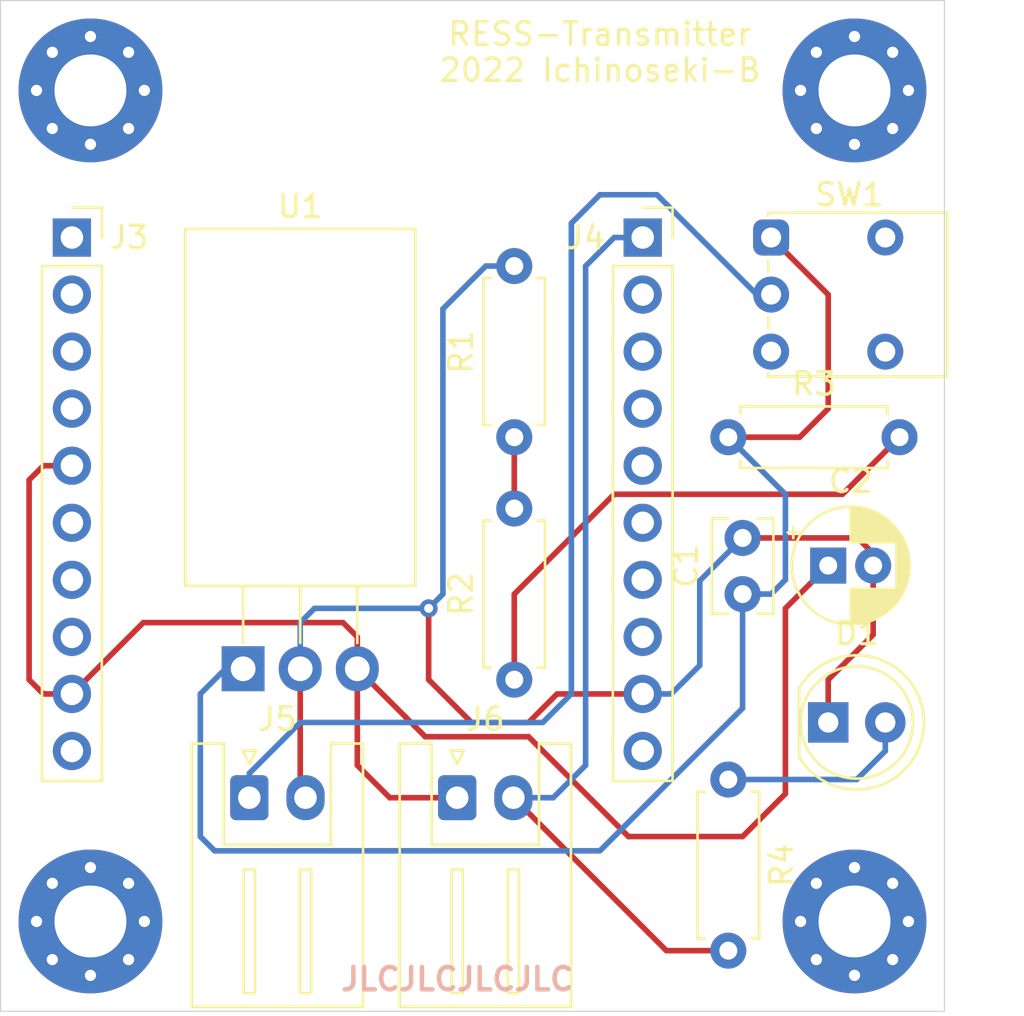
<source format=kicad_pcb>
(kicad_pcb (version 20171130) (host pcbnew "(5.1.9)-1")

  (general
    (thickness 1.6)
    (drawings 6)
    (tracks 89)
    (zones 0)
    (modules 17)
    (nets 9)
  )

  (page A4)
  (layers
    (0 F.Cu signal)
    (31 B.Cu signal)
    (32 B.Adhes user hide)
    (33 F.Adhes user hide)
    (34 B.Paste user hide)
    (35 F.Paste user hide)
    (36 B.SilkS user)
    (37 F.SilkS user)
    (38 B.Mask user hide)
    (39 F.Mask user)
    (40 Dwgs.User user hide)
    (41 Cmts.User user hide)
    (42 Eco1.User user hide)
    (43 Eco2.User user hide)
    (44 Edge.Cuts user)
    (45 Margin user hide)
    (46 B.CrtYd user hide)
    (47 F.CrtYd user hide)
    (48 B.Fab user hide)
    (49 F.Fab user hide)
  )

  (setup
    (last_trace_width 0.25)
    (trace_clearance 0.2)
    (zone_clearance 0.508)
    (zone_45_only no)
    (trace_min 0.2)
    (via_size 0.8)
    (via_drill 0.4)
    (via_min_size 0.4)
    (via_min_drill 0.3)
    (uvia_size 0.3)
    (uvia_drill 0.1)
    (uvias_allowed no)
    (uvia_min_size 0.2)
    (uvia_min_drill 0.1)
    (edge_width 0.05)
    (segment_width 0.2)
    (pcb_text_width 0.3)
    (pcb_text_size 1.5 1.5)
    (mod_edge_width 0.12)
    (mod_text_size 1 1)
    (mod_text_width 0.15)
    (pad_size 2.6 2.6)
    (pad_drill 2.6)
    (pad_to_mask_clearance 0)
    (aux_axis_origin 0 0)
    (visible_elements 7FFFFF7F)
    (pcbplotparams
      (layerselection 0x010fc_ffffffff)
      (usegerberextensions false)
      (usegerberattributes true)
      (usegerberadvancedattributes true)
      (creategerberjobfile true)
      (excludeedgelayer true)
      (linewidth 0.100000)
      (plotframeref false)
      (viasonmask false)
      (mode 1)
      (useauxorigin false)
      (hpglpennumber 1)
      (hpglpenspeed 20)
      (hpglpendiameter 15.000000)
      (psnegative false)
      (psa4output false)
      (plotreference true)
      (plotvalue true)
      (plotinvisibletext false)
      (padsonsilk false)
      (subtractmaskfromsilk false)
      (outputformat 1)
      (mirror false)
      (drillshape 0)
      (scaleselection 1)
      (outputdirectory "Transmitter/"))
  )

  (net 0 "")
  (net 1 +5V)
  (net 2 +3V3)
  (net 3 PW_IN)
  (net 4 "Net-(R1-Pad1)")
  (net 5 "Net-(R2-Pad1)")
  (net 6 ESS)
  (net 7 LED)
  (net 8 GND)

  (net_class Default "This is the default net class."
    (clearance 0.2)
    (trace_width 0.25)
    (via_dia 0.8)
    (via_drill 0.4)
    (uvia_dia 0.3)
    (uvia_drill 0.1)
    (add_net +3V3)
    (add_net +5V)
    (add_net ESS)
    (add_net GND)
    (add_net LED)
    (add_net "Net-(R1-Pad1)")
    (add_net "Net-(R2-Pad1)")
    (add_net PW_IN)
  )

  (module Connector_JST:JST_XH_S2B-XH-A_1x02_P2.50mm_Horizontal (layer F.Cu) (tedit 5C281475) (tstamp 60B14029)
    (at 147.32 107.49)
    (descr "JST XH series connector, S2B-XH-A (http://www.jst-mfg.com/product/pdf/eng/eXH.pdf), generated with kicad-footprint-generator")
    (tags "connector JST XH horizontal")
    (path /60B16252)
    (fp_text reference J6 (at 1.25 -3.5) (layer F.SilkS)
      (effects (font (size 1 1) (thickness 0.15)))
    )
    (fp_text value ESS_IN (at 1.25 10.4) (layer F.Fab)
      (effects (font (size 1 1) (thickness 0.15)))
    )
    (fp_line (start -2.95 -2.8) (end -2.95 9.7) (layer F.CrtYd) (width 0.05))
    (fp_line (start -2.95 9.7) (end 5.45 9.7) (layer F.CrtYd) (width 0.05))
    (fp_line (start 5.45 9.7) (end 5.45 -2.8) (layer F.CrtYd) (width 0.05))
    (fp_line (start 5.45 -2.8) (end -2.95 -2.8) (layer F.CrtYd) (width 0.05))
    (fp_line (start 1.25 9.31) (end -2.56 9.31) (layer F.SilkS) (width 0.12))
    (fp_line (start -2.56 9.31) (end -2.56 -2.41) (layer F.SilkS) (width 0.12))
    (fp_line (start -2.56 -2.41) (end -1.14 -2.41) (layer F.SilkS) (width 0.12))
    (fp_line (start -1.14 -2.41) (end -1.14 2.09) (layer F.SilkS) (width 0.12))
    (fp_line (start -1.14 2.09) (end 1.25 2.09) (layer F.SilkS) (width 0.12))
    (fp_line (start 1.25 9.31) (end 5.06 9.31) (layer F.SilkS) (width 0.12))
    (fp_line (start 5.06 9.31) (end 5.06 -2.41) (layer F.SilkS) (width 0.12))
    (fp_line (start 5.06 -2.41) (end 3.64 -2.41) (layer F.SilkS) (width 0.12))
    (fp_line (start 3.64 -2.41) (end 3.64 2.09) (layer F.SilkS) (width 0.12))
    (fp_line (start 3.64 2.09) (end 1.25 2.09) (layer F.SilkS) (width 0.12))
    (fp_line (start 1.25 9.2) (end -2.45 9.2) (layer F.Fab) (width 0.1))
    (fp_line (start -2.45 9.2) (end -2.45 -2.3) (layer F.Fab) (width 0.1))
    (fp_line (start -2.45 -2.3) (end -1.25 -2.3) (layer F.Fab) (width 0.1))
    (fp_line (start -1.25 -2.3) (end -1.25 2.2) (layer F.Fab) (width 0.1))
    (fp_line (start -1.25 2.2) (end 1.25 2.2) (layer F.Fab) (width 0.1))
    (fp_line (start 1.25 9.2) (end 4.95 9.2) (layer F.Fab) (width 0.1))
    (fp_line (start 4.95 9.2) (end 4.95 -2.3) (layer F.Fab) (width 0.1))
    (fp_line (start 4.95 -2.3) (end 3.75 -2.3) (layer F.Fab) (width 0.1))
    (fp_line (start 3.75 -2.3) (end 3.75 2.2) (layer F.Fab) (width 0.1))
    (fp_line (start 3.75 2.2) (end 1.25 2.2) (layer F.Fab) (width 0.1))
    (fp_line (start -0.25 3.2) (end -0.25 8.7) (layer F.SilkS) (width 0.12))
    (fp_line (start -0.25 8.7) (end 0.25 8.7) (layer F.SilkS) (width 0.12))
    (fp_line (start 0.25 8.7) (end 0.25 3.2) (layer F.SilkS) (width 0.12))
    (fp_line (start 0.25 3.2) (end -0.25 3.2) (layer F.SilkS) (width 0.12))
    (fp_line (start 2.25 3.2) (end 2.25 8.7) (layer F.SilkS) (width 0.12))
    (fp_line (start 2.25 8.7) (end 2.75 8.7) (layer F.SilkS) (width 0.12))
    (fp_line (start 2.75 8.7) (end 2.75 3.2) (layer F.SilkS) (width 0.12))
    (fp_line (start 2.75 3.2) (end 2.25 3.2) (layer F.SilkS) (width 0.12))
    (fp_line (start 0 -1.5) (end -0.3 -2.1) (layer F.SilkS) (width 0.12))
    (fp_line (start -0.3 -2.1) (end 0.3 -2.1) (layer F.SilkS) (width 0.12))
    (fp_line (start 0.3 -2.1) (end 0 -1.5) (layer F.SilkS) (width 0.12))
    (fp_line (start -0.625 2.2) (end 0 1.2) (layer F.Fab) (width 0.1))
    (fp_line (start 0 1.2) (end 0.625 2.2) (layer F.Fab) (width 0.1))
    (fp_text user %R (at 1.25 3.45) (layer F.Fab)
      (effects (font (size 1 1) (thickness 0.15)))
    )
    (pad 1 thru_hole roundrect (at 0 0) (size 1.7 2) (drill 1) (layers *.Cu *.Mask) (roundrect_rratio 0.1470588235294118)
      (net 2 +3V3))
    (pad 2 thru_hole oval (at 2.5 0) (size 1.7 2) (drill 1) (layers *.Cu *.Mask)
      (net 6 ESS))
    (model ${KISYS3DMOD}/Connector_JST.3dshapes/JST_XH_S2B-XH-A_1x02_P2.50mm_Horizontal.wrl
      (at (xyz 0 0 0))
      (scale (xyz 1 1 1))
      (rotate (xyz 0 0 0))
    )
  )

  (module Connector_PinSocket_2.54mm:PinSocket_1x10_P2.54mm_Vertical (layer F.Cu) (tedit 5A19A425) (tstamp 62C8467F)
    (at 130.175 82.55)
    (descr "Through hole straight socket strip, 1x10, 2.54mm pitch, single row (from Kicad 4.0.7), script generated")
    (tags "Through hole socket strip THT 1x10 2.54mm single row")
    (path /60B0F59A)
    (fp_text reference J3 (at 2.54 0) (layer F.SilkS)
      (effects (font (size 1 1) (thickness 0.15)))
    )
    (fp_text value ADP_L (at 0 25.63) (layer F.Fab)
      (effects (font (size 1 1) (thickness 0.15)))
    )
    (fp_line (start -1.8 24.6) (end -1.8 -1.8) (layer F.CrtYd) (width 0.05))
    (fp_line (start 1.75 24.6) (end -1.8 24.6) (layer F.CrtYd) (width 0.05))
    (fp_line (start 1.75 -1.8) (end 1.75 24.6) (layer F.CrtYd) (width 0.05))
    (fp_line (start -1.8 -1.8) (end 1.75 -1.8) (layer F.CrtYd) (width 0.05))
    (fp_line (start 0 -1.33) (end 1.33 -1.33) (layer F.SilkS) (width 0.12))
    (fp_line (start 1.33 -1.33) (end 1.33 0) (layer F.SilkS) (width 0.12))
    (fp_line (start 1.33 1.27) (end 1.33 24.19) (layer F.SilkS) (width 0.12))
    (fp_line (start -1.33 24.19) (end 1.33 24.19) (layer F.SilkS) (width 0.12))
    (fp_line (start -1.33 1.27) (end -1.33 24.19) (layer F.SilkS) (width 0.12))
    (fp_line (start -1.33 1.27) (end 1.33 1.27) (layer F.SilkS) (width 0.12))
    (fp_line (start -1.27 24.13) (end -1.27 -1.27) (layer F.Fab) (width 0.1))
    (fp_line (start 1.27 24.13) (end -1.27 24.13) (layer F.Fab) (width 0.1))
    (fp_line (start 1.27 -0.635) (end 1.27 24.13) (layer F.Fab) (width 0.1))
    (fp_line (start 0.635 -1.27) (end 1.27 -0.635) (layer F.Fab) (width 0.1))
    (fp_line (start -1.27 -1.27) (end 0.635 -1.27) (layer F.Fab) (width 0.1))
    (fp_text user %R (at 0 11.43 90) (layer F.Fab)
      (effects (font (size 1 1) (thickness 0.15)))
    )
    (pad 1 thru_hole rect (at 0 0) (size 1.7 1.7) (drill 1) (layers *.Cu *.Mask))
    (pad 2 thru_hole oval (at 0 2.54) (size 1.7 1.7) (drill 1) (layers *.Cu *.Mask))
    (pad 3 thru_hole oval (at 0 5.08) (size 1.7 1.7) (drill 1) (layers *.Cu *.Mask))
    (pad 4 thru_hole oval (at 0 7.62) (size 1.7 1.7) (drill 1) (layers *.Cu *.Mask))
    (pad 5 thru_hole oval (at 0 10.16) (size 1.7 1.7) (drill 1) (layers *.Cu *.Mask)
      (net 2 +3V3))
    (pad 6 thru_hole oval (at 0 12.7) (size 1.7 1.7) (drill 1) (layers *.Cu *.Mask))
    (pad 7 thru_hole oval (at 0 15.24) (size 1.7 1.7) (drill 1) (layers *.Cu *.Mask))
    (pad 8 thru_hole oval (at 0 17.78) (size 1.7 1.7) (drill 1) (layers *.Cu *.Mask))
    (pad 9 thru_hole oval (at 0 20.32) (size 1.7 1.7) (drill 1) (layers *.Cu *.Mask)
      (net 2 +3V3))
    (pad 10 thru_hole oval (at 0 22.86) (size 1.7 1.7) (drill 1) (layers *.Cu *.Mask))
    (model ${KISYS3DMOD}/Connector_PinSocket_2.54mm.3dshapes/PinSocket_1x10_P2.54mm_Vertical.wrl
      (at (xyz 0 0 0))
      (scale (xyz 1 1 1))
      (rotate (xyz 0 0 0))
    )
  )

  (module Connector_PinSocket_2.54mm:PinSocket_1x10_P2.54mm_Vertical (layer F.Cu) (tedit 5A19A425) (tstamp 62C846D6)
    (at 155.575 82.55)
    (descr "Through hole straight socket strip, 1x10, 2.54mm pitch, single row (from Kicad 4.0.7), script generated")
    (tags "Through hole socket strip THT 1x10 2.54mm single row")
    (path /60B10C64)
    (fp_text reference J4 (at -2.54 0) (layer F.SilkS)
      (effects (font (size 1 1) (thickness 0.15)))
    )
    (fp_text value ADP_R (at 0 25.63) (layer F.Fab)
      (effects (font (size 1 1) (thickness 0.15)))
    )
    (fp_line (start -1.27 -1.27) (end 0.635 -1.27) (layer F.Fab) (width 0.1))
    (fp_line (start 0.635 -1.27) (end 1.27 -0.635) (layer F.Fab) (width 0.1))
    (fp_line (start 1.27 -0.635) (end 1.27 24.13) (layer F.Fab) (width 0.1))
    (fp_line (start 1.27 24.13) (end -1.27 24.13) (layer F.Fab) (width 0.1))
    (fp_line (start -1.27 24.13) (end -1.27 -1.27) (layer F.Fab) (width 0.1))
    (fp_line (start -1.33 1.27) (end 1.33 1.27) (layer F.SilkS) (width 0.12))
    (fp_line (start -1.33 1.27) (end -1.33 24.19) (layer F.SilkS) (width 0.12))
    (fp_line (start -1.33 24.19) (end 1.33 24.19) (layer F.SilkS) (width 0.12))
    (fp_line (start 1.33 1.27) (end 1.33 24.19) (layer F.SilkS) (width 0.12))
    (fp_line (start 1.33 -1.33) (end 1.33 0) (layer F.SilkS) (width 0.12))
    (fp_line (start 0 -1.33) (end 1.33 -1.33) (layer F.SilkS) (width 0.12))
    (fp_line (start -1.8 -1.8) (end 1.75 -1.8) (layer F.CrtYd) (width 0.05))
    (fp_line (start 1.75 -1.8) (end 1.75 24.6) (layer F.CrtYd) (width 0.05))
    (fp_line (start 1.75 24.6) (end -1.8 24.6) (layer F.CrtYd) (width 0.05))
    (fp_line (start -1.8 24.6) (end -1.8 -1.8) (layer F.CrtYd) (width 0.05))
    (fp_text user %R (at 0 11.43 90) (layer F.Fab)
      (effects (font (size 1 1) (thickness 0.15)))
    )
    (pad 10 thru_hole oval (at 0 22.86) (size 1.7 1.7) (drill 1) (layers *.Cu *.Mask))
    (pad 9 thru_hole oval (at 0 20.32) (size 1.7 1.7) (drill 1) (layers *.Cu *.Mask)
      (net 8 GND))
    (pad 8 thru_hole oval (at 0 17.78) (size 1.7 1.7) (drill 1) (layers *.Cu *.Mask))
    (pad 7 thru_hole oval (at 0 15.24) (size 1.7 1.7) (drill 1) (layers *.Cu *.Mask))
    (pad 6 thru_hole oval (at 0 12.7) (size 1.7 1.7) (drill 1) (layers *.Cu *.Mask))
    (pad 5 thru_hole oval (at 0 10.16) (size 1.7 1.7) (drill 1) (layers *.Cu *.Mask))
    (pad 4 thru_hole oval (at 0 7.62) (size 1.7 1.7) (drill 1) (layers *.Cu *.Mask))
    (pad 3 thru_hole oval (at 0 5.08) (size 1.7 1.7) (drill 1) (layers *.Cu *.Mask))
    (pad 2 thru_hole oval (at 0 2.54) (size 1.7 1.7) (drill 1) (layers *.Cu *.Mask))
    (pad 1 thru_hole rect (at 0 0) (size 1.7 1.7) (drill 1) (layers *.Cu *.Mask)
      (net 6 ESS))
    (model ${KISYS3DMOD}/Connector_PinSocket_2.54mm.3dshapes/PinSocket_1x10_P2.54mm_Vertical.wrl
      (at (xyz 0 0 0))
      (scale (xyz 1 1 1))
      (rotate (xyz 0 0 0))
    )
  )

  (module Connector_JST:JST_XH_S2B-XH-A_1x02_P2.50mm_Horizontal (layer F.Cu) (tedit 5C281475) (tstamp 60B0A755)
    (at 138.07 107.49)
    (descr "JST XH series connector, S2B-XH-A (http://www.jst-mfg.com/product/pdf/eng/eXH.pdf), generated with kicad-footprint-generator")
    (tags "connector JST XH horizontal")
    (path /60C2BF9E)
    (fp_text reference J5 (at 1.25 -3.5) (layer F.SilkS)
      (effects (font (size 1 1) (thickness 0.15)))
    )
    (fp_text value POWER (at 1.25 10.4) (layer F.Fab)
      (effects (font (size 1 1) (thickness 0.15)))
    )
    (fp_line (start 0 1.2) (end 0.625 2.2) (layer F.Fab) (width 0.1))
    (fp_line (start -0.625 2.2) (end 0 1.2) (layer F.Fab) (width 0.1))
    (fp_line (start 0.3 -2.1) (end 0 -1.5) (layer F.SilkS) (width 0.12))
    (fp_line (start -0.3 -2.1) (end 0.3 -2.1) (layer F.SilkS) (width 0.12))
    (fp_line (start 0 -1.5) (end -0.3 -2.1) (layer F.SilkS) (width 0.12))
    (fp_line (start 2.75 3.2) (end 2.25 3.2) (layer F.SilkS) (width 0.12))
    (fp_line (start 2.75 8.7) (end 2.75 3.2) (layer F.SilkS) (width 0.12))
    (fp_line (start 2.25 8.7) (end 2.75 8.7) (layer F.SilkS) (width 0.12))
    (fp_line (start 2.25 3.2) (end 2.25 8.7) (layer F.SilkS) (width 0.12))
    (fp_line (start 0.25 3.2) (end -0.25 3.2) (layer F.SilkS) (width 0.12))
    (fp_line (start 0.25 8.7) (end 0.25 3.2) (layer F.SilkS) (width 0.12))
    (fp_line (start -0.25 8.7) (end 0.25 8.7) (layer F.SilkS) (width 0.12))
    (fp_line (start -0.25 3.2) (end -0.25 8.7) (layer F.SilkS) (width 0.12))
    (fp_line (start 3.75 2.2) (end 1.25 2.2) (layer F.Fab) (width 0.1))
    (fp_line (start 3.75 -2.3) (end 3.75 2.2) (layer F.Fab) (width 0.1))
    (fp_line (start 4.95 -2.3) (end 3.75 -2.3) (layer F.Fab) (width 0.1))
    (fp_line (start 4.95 9.2) (end 4.95 -2.3) (layer F.Fab) (width 0.1))
    (fp_line (start 1.25 9.2) (end 4.95 9.2) (layer F.Fab) (width 0.1))
    (fp_line (start -1.25 2.2) (end 1.25 2.2) (layer F.Fab) (width 0.1))
    (fp_line (start -1.25 -2.3) (end -1.25 2.2) (layer F.Fab) (width 0.1))
    (fp_line (start -2.45 -2.3) (end -1.25 -2.3) (layer F.Fab) (width 0.1))
    (fp_line (start -2.45 9.2) (end -2.45 -2.3) (layer F.Fab) (width 0.1))
    (fp_line (start 1.25 9.2) (end -2.45 9.2) (layer F.Fab) (width 0.1))
    (fp_line (start 3.64 2.09) (end 1.25 2.09) (layer F.SilkS) (width 0.12))
    (fp_line (start 3.64 -2.41) (end 3.64 2.09) (layer F.SilkS) (width 0.12))
    (fp_line (start 5.06 -2.41) (end 3.64 -2.41) (layer F.SilkS) (width 0.12))
    (fp_line (start 5.06 9.31) (end 5.06 -2.41) (layer F.SilkS) (width 0.12))
    (fp_line (start 1.25 9.31) (end 5.06 9.31) (layer F.SilkS) (width 0.12))
    (fp_line (start -1.14 2.09) (end 1.25 2.09) (layer F.SilkS) (width 0.12))
    (fp_line (start -1.14 -2.41) (end -1.14 2.09) (layer F.SilkS) (width 0.12))
    (fp_line (start -2.56 -2.41) (end -1.14 -2.41) (layer F.SilkS) (width 0.12))
    (fp_line (start -2.56 9.31) (end -2.56 -2.41) (layer F.SilkS) (width 0.12))
    (fp_line (start 1.25 9.31) (end -2.56 9.31) (layer F.SilkS) (width 0.12))
    (fp_line (start 5.45 -2.8) (end -2.95 -2.8) (layer F.CrtYd) (width 0.05))
    (fp_line (start 5.45 9.7) (end 5.45 -2.8) (layer F.CrtYd) (width 0.05))
    (fp_line (start -2.95 9.7) (end 5.45 9.7) (layer F.CrtYd) (width 0.05))
    (fp_line (start -2.95 -2.8) (end -2.95 9.7) (layer F.CrtYd) (width 0.05))
    (fp_text user %R (at 1.25 3.45) (layer F.Fab)
      (effects (font (size 1 1) (thickness 0.15)))
    )
    (pad 1 thru_hole roundrect (at 0 0) (size 1.7 2) (drill 1) (layers *.Cu *.Mask) (roundrect_rratio 0.1470588235294118)
      (net 3 PW_IN))
    (pad 2 thru_hole oval (at 2.5 0) (size 1.7 2) (drill 1) (layers *.Cu *.Mask)
      (net 8 GND))
    (model ${KISYS3DMOD}/Connector_JST.3dshapes/JST_XH_S2B-XH-A_1x02_P2.50mm_Horizontal.wrl
      (at (xyz 0 0 0))
      (scale (xyz 1 1 1))
      (rotate (xyz 0 0 0))
    )
  )

  (module Button_Switch_THT:SW_Push_1P2T_Vertical_E-Switch_800UDP8P1A1M6 (layer F.Cu) (tedit 5C7BC58E) (tstamp 60B2A336)
    (at 161.29 82.55)
    (descr " right angle SPDT push button https://www.e-switch.com/system/asset/product_line/data_sheet/210/800U.pdf")
    (tags "IP67 ultra-miniture horizontal")
    (path /60B2577F)
    (fp_text reference SW1 (at 3.48 -1.91 180) (layer F.SilkS)
      (effects (font (size 1 1) (thickness 0.15)))
    )
    (fp_text value SW_SPDT (at 5.08 7.19 180) (layer F.Fab)
      (effects (font (size 1 1) (thickness 0.15)))
    )
    (fp_line (start 7.68 6.04) (end 0.03 6.04) (layer F.Fab) (width 0.1))
    (fp_line (start 0.03 6.04) (end 0.03 -0.96) (layer F.Fab) (width 0.1))
    (fp_line (start 0.03 -0.96) (end 7.68 -0.96) (layer F.Fab) (width 0.1))
    (fp_line (start 7.68 -0.96) (end 7.68 6.04) (layer F.Fab) (width 0.1))
    (fp_line (start 10.98 3.665) (end 10.98 1.415) (layer F.Fab) (width 0.1))
    (fp_line (start 10.98 1.415) (end 7.68 1.415) (layer F.Fab) (width 0.1))
    (fp_line (start 10.98 3.665) (end 7.68 3.665) (layer F.Fab) (width 0.1))
    (fp_line (start -0.12 6.19) (end 7.83 6.19) (layer F.SilkS) (width 0.12))
    (fp_line (start 7.83 6.19) (end 7.83 -1.11) (layer F.SilkS) (width 0.12))
    (fp_line (start 7.83 -1.11) (end -0.12 -1.11) (layer F.SilkS) (width 0.12))
    (fp_line (start -0.12 -1.11) (end -0.12 -0.96) (layer F.SilkS) (width 0.12))
    (fp_line (start -0.12 1.54) (end -0.12 1.04) (layer F.SilkS) (width 0.12))
    (fp_line (start -0.12 4.04) (end -0.12 3.54) (layer F.SilkS) (width 0.12))
    (fp_line (start -0.12 6.19) (end -0.12 6.04) (layer F.SilkS) (width 0.12))
    (fp_line (start 7.93 6.29) (end -1.05 6.29) (layer F.CrtYd) (width 0.05))
    (fp_line (start -1.05 6.29) (end -1.05 -1.21) (layer F.CrtYd) (width 0.05))
    (fp_line (start -1.05 -1.21) (end 7.93 -1.21) (layer F.CrtYd) (width 0.05))
    (fp_line (start 7.93 -1.21) (end 7.93 1.16) (layer F.CrtYd) (width 0.05))
    (fp_line (start 7.93 1.16) (end 11.23 1.16) (layer F.CrtYd) (width 0.05))
    (fp_line (start 11.23 1.16) (end 11.23 3.92) (layer F.CrtYd) (width 0.05))
    (fp_line (start 11.23 3.92) (end 7.93 3.92) (layer F.CrtYd) (width 0.05))
    (fp_line (start 7.93 3.92) (end 7.93 6.29) (layer F.CrtYd) (width 0.05))
    (fp_text user %R (at 3.93 2.54 180) (layer F.Fab)
      (effects (font (size 1 1) (thickness 0.15)))
    )
    (pad "" thru_hole circle (at 5.08 5.08 180) (size 1.6 1.6) (drill 0.89) (layers *.Cu *.Mask))
    (pad "" thru_hole circle (at 5.08 0 180) (size 1.6 1.6) (drill 0.89) (layers *.Cu *.Mask))
    (pad 1 thru_hole roundrect (at 0 0 180) (size 1.6 1.6) (drill 0.89) (layers *.Cu *.Mask) (roundrect_rratio 0.25)
      (net 1 +5V))
    (pad 2 thru_hole circle (at 0 2.54 180) (size 1.6 1.6) (drill 0.89) (layers *.Cu *.Mask)
      (net 3 PW_IN))
    (pad 3 thru_hole circle (at 0 5.08 180) (size 1.6 1.6) (drill 0.89) (layers *.Cu *.Mask))
    (model ${KISYS3DMOD}/Button_Switch_THT.3dshapes/SW_Push_1P2T_Vertical_E-Switch_800UDP8P1A1M6.wrl
      (at (xyz 0 0 0))
      (scale (xyz 1 1 1))
      (rotate (xyz 0 0 0))
    )
  )

  (module Resistor_THT:R_Axial_DIN0207_L6.3mm_D2.5mm_P7.62mm_Horizontal (layer F.Cu) (tedit 5AE5139B) (tstamp 62C847AA)
    (at 149.86 91.44 90)
    (descr "Resistor, Axial_DIN0207 series, Axial, Horizontal, pin pitch=7.62mm, 0.25W = 1/4W, length*diameter=6.3*2.5mm^2, http://cdn-reichelt.de/documents/datenblatt/B400/1_4W%23YAG.pdf")
    (tags "Resistor Axial_DIN0207 series Axial Horizontal pin pitch 7.62mm 0.25W = 1/4W length 6.3mm diameter 2.5mm")
    (path /62AA0D6D)
    (fp_text reference R1 (at 3.81 -2.37 90) (layer F.SilkS)
      (effects (font (size 1 1) (thickness 0.15)))
    )
    (fp_text value 22Ω (at 3.81 2.37 90) (layer F.Fab)
      (effects (font (size 1 1) (thickness 0.15)))
    )
    (fp_line (start 8.67 -1.5) (end -1.05 -1.5) (layer F.CrtYd) (width 0.05))
    (fp_line (start 8.67 1.5) (end 8.67 -1.5) (layer F.CrtYd) (width 0.05))
    (fp_line (start -1.05 1.5) (end 8.67 1.5) (layer F.CrtYd) (width 0.05))
    (fp_line (start -1.05 -1.5) (end -1.05 1.5) (layer F.CrtYd) (width 0.05))
    (fp_line (start 7.08 1.37) (end 7.08 1.04) (layer F.SilkS) (width 0.12))
    (fp_line (start 0.54 1.37) (end 7.08 1.37) (layer F.SilkS) (width 0.12))
    (fp_line (start 0.54 1.04) (end 0.54 1.37) (layer F.SilkS) (width 0.12))
    (fp_line (start 7.08 -1.37) (end 7.08 -1.04) (layer F.SilkS) (width 0.12))
    (fp_line (start 0.54 -1.37) (end 7.08 -1.37) (layer F.SilkS) (width 0.12))
    (fp_line (start 0.54 -1.04) (end 0.54 -1.37) (layer F.SilkS) (width 0.12))
    (fp_line (start 7.62 0) (end 6.96 0) (layer F.Fab) (width 0.1))
    (fp_line (start 0 0) (end 0.66 0) (layer F.Fab) (width 0.1))
    (fp_line (start 6.96 -1.25) (end 0.66 -1.25) (layer F.Fab) (width 0.1))
    (fp_line (start 6.96 1.25) (end 6.96 -1.25) (layer F.Fab) (width 0.1))
    (fp_line (start 0.66 1.25) (end 6.96 1.25) (layer F.Fab) (width 0.1))
    (fp_line (start 0.66 -1.25) (end 0.66 1.25) (layer F.Fab) (width 0.1))
    (fp_text user %R (at 3.81 0 90) (layer F.Fab)
      (effects (font (size 1 1) (thickness 0.15)))
    )
    (pad 1 thru_hole circle (at 0 0 90) (size 1.6 1.6) (drill 0.8) (layers *.Cu *.Mask)
      (net 4 "Net-(R1-Pad1)"))
    (pad 2 thru_hole oval (at 7.62 0 90) (size 1.6 1.6) (drill 0.8) (layers *.Cu *.Mask)
      (net 8 GND))
    (model ${KISYS3DMOD}/Resistor_THT.3dshapes/R_Axial_DIN0207_L6.3mm_D2.5mm_P7.62mm_Horizontal.wrl
      (at (xyz 0 0 0))
      (scale (xyz 1 1 1))
      (rotate (xyz 0 0 0))
    )
  )

  (module Resistor_THT:R_Axial_DIN0207_L6.3mm_D2.5mm_P7.62mm_Horizontal (layer F.Cu) (tedit 5AE5139B) (tstamp 62C92D93)
    (at 149.86 102.235 90)
    (descr "Resistor, Axial_DIN0207 series, Axial, Horizontal, pin pitch=7.62mm, 0.25W = 1/4W, length*diameter=6.3*2.5mm^2, http://cdn-reichelt.de/documents/datenblatt/B400/1_4W%23YAG.pdf")
    (tags "Resistor Axial_DIN0207 series Axial Horizontal pin pitch 7.62mm 0.25W = 1/4W length 6.3mm diameter 2.5mm")
    (path /62AA291F)
    (fp_text reference R2 (at 3.81 -2.37 270) (layer F.SilkS)
      (effects (font (size 1 1) (thickness 0.15)))
    )
    (fp_text value 22Ω (at 3.81 2.37 90) (layer F.Fab)
      (effects (font (size 1 1) (thickness 0.15)))
    )
    (fp_line (start 8.67 -1.5) (end -1.05 -1.5) (layer F.CrtYd) (width 0.05))
    (fp_line (start 8.67 1.5) (end 8.67 -1.5) (layer F.CrtYd) (width 0.05))
    (fp_line (start -1.05 1.5) (end 8.67 1.5) (layer F.CrtYd) (width 0.05))
    (fp_line (start -1.05 -1.5) (end -1.05 1.5) (layer F.CrtYd) (width 0.05))
    (fp_line (start 7.08 1.37) (end 7.08 1.04) (layer F.SilkS) (width 0.12))
    (fp_line (start 0.54 1.37) (end 7.08 1.37) (layer F.SilkS) (width 0.12))
    (fp_line (start 0.54 1.04) (end 0.54 1.37) (layer F.SilkS) (width 0.12))
    (fp_line (start 7.08 -1.37) (end 7.08 -1.04) (layer F.SilkS) (width 0.12))
    (fp_line (start 0.54 -1.37) (end 7.08 -1.37) (layer F.SilkS) (width 0.12))
    (fp_line (start 0.54 -1.04) (end 0.54 -1.37) (layer F.SilkS) (width 0.12))
    (fp_line (start 7.62 0) (end 6.96 0) (layer F.Fab) (width 0.1))
    (fp_line (start 0 0) (end 0.66 0) (layer F.Fab) (width 0.1))
    (fp_line (start 6.96 -1.25) (end 0.66 -1.25) (layer F.Fab) (width 0.1))
    (fp_line (start 6.96 1.25) (end 6.96 -1.25) (layer F.Fab) (width 0.1))
    (fp_line (start 0.66 1.25) (end 6.96 1.25) (layer F.Fab) (width 0.1))
    (fp_line (start 0.66 -1.25) (end 0.66 1.25) (layer F.Fab) (width 0.1))
    (fp_text user %R (at 3.81 0 90) (layer F.Fab)
      (effects (font (size 1 1) (thickness 0.15)))
    )
    (pad 1 thru_hole circle (at 0 0 90) (size 1.6 1.6) (drill 0.8) (layers *.Cu *.Mask)
      (net 5 "Net-(R2-Pad1)"))
    (pad 2 thru_hole oval (at 7.62 0 90) (size 1.6 1.6) (drill 0.8) (layers *.Cu *.Mask)
      (net 4 "Net-(R1-Pad1)"))
    (model ${KISYS3DMOD}/Resistor_THT.3dshapes/R_Axial_DIN0207_L6.3mm_D2.5mm_P7.62mm_Horizontal.wrl
      (at (xyz 0 0 0))
      (scale (xyz 1 1 1))
      (rotate (xyz 0 0 0))
    )
  )

  (module Resistor_THT:R_Axial_DIN0207_L6.3mm_D2.5mm_P7.62mm_Horizontal (layer F.Cu) (tedit 5AE5139B) (tstamp 62C84726)
    (at 159.385 91.44)
    (descr "Resistor, Axial_DIN0207 series, Axial, Horizontal, pin pitch=7.62mm, 0.25W = 1/4W, length*diameter=6.3*2.5mm^2, http://cdn-reichelt.de/documents/datenblatt/B400/1_4W%23YAG.pdf")
    (tags "Resistor Axial_DIN0207 series Axial Horizontal pin pitch 7.62mm 0.25W = 1/4W length 6.3mm diameter 2.5mm")
    (path /62AA2E48)
    (fp_text reference R3 (at 3.81 -2.37) (layer F.SilkS)
      (effects (font (size 1 1) (thickness 0.15)))
    )
    (fp_text value 22Ω (at 3.81 2.37) (layer F.Fab)
      (effects (font (size 1 1) (thickness 0.15)))
    )
    (fp_line (start 8.67 -1.5) (end -1.05 -1.5) (layer F.CrtYd) (width 0.05))
    (fp_line (start 8.67 1.5) (end 8.67 -1.5) (layer F.CrtYd) (width 0.05))
    (fp_line (start -1.05 1.5) (end 8.67 1.5) (layer F.CrtYd) (width 0.05))
    (fp_line (start -1.05 -1.5) (end -1.05 1.5) (layer F.CrtYd) (width 0.05))
    (fp_line (start 7.08 1.37) (end 7.08 1.04) (layer F.SilkS) (width 0.12))
    (fp_line (start 0.54 1.37) (end 7.08 1.37) (layer F.SilkS) (width 0.12))
    (fp_line (start 0.54 1.04) (end 0.54 1.37) (layer F.SilkS) (width 0.12))
    (fp_line (start 7.08 -1.37) (end 7.08 -1.04) (layer F.SilkS) (width 0.12))
    (fp_line (start 0.54 -1.37) (end 7.08 -1.37) (layer F.SilkS) (width 0.12))
    (fp_line (start 0.54 -1.04) (end 0.54 -1.37) (layer F.SilkS) (width 0.12))
    (fp_line (start 7.62 0) (end 6.96 0) (layer F.Fab) (width 0.1))
    (fp_line (start 0 0) (end 0.66 0) (layer F.Fab) (width 0.1))
    (fp_line (start 6.96 -1.25) (end 0.66 -1.25) (layer F.Fab) (width 0.1))
    (fp_line (start 6.96 1.25) (end 6.96 -1.25) (layer F.Fab) (width 0.1))
    (fp_line (start 0.66 1.25) (end 6.96 1.25) (layer F.Fab) (width 0.1))
    (fp_line (start 0.66 -1.25) (end 0.66 1.25) (layer F.Fab) (width 0.1))
    (fp_text user %R (at 3.81 0) (layer F.Fab)
      (effects (font (size 1 1) (thickness 0.15)))
    )
    (pad 1 thru_hole circle (at 0 0) (size 1.6 1.6) (drill 0.8) (layers *.Cu *.Mask)
      (net 1 +5V))
    (pad 2 thru_hole oval (at 7.62 0) (size 1.6 1.6) (drill 0.8) (layers *.Cu *.Mask)
      (net 5 "Net-(R2-Pad1)"))
    (model ${KISYS3DMOD}/Resistor_THT.3dshapes/R_Axial_DIN0207_L6.3mm_D2.5mm_P7.62mm_Horizontal.wrl
      (at (xyz 0 0 0))
      (scale (xyz 1 1 1))
      (rotate (xyz 0 0 0))
    )
  )

  (module LED_THT:LED_D5.0mm (layer F.Cu) (tedit 5995936A) (tstamp 62C83C1B)
    (at 163.83 104.14)
    (descr "LED, diameter 5.0mm, 2 pins, http://cdn-reichelt.de/documents/datenblatt/A500/LL-504BC2E-009.pdf")
    (tags "LED diameter 5.0mm 2 pins")
    (path /62CBA413)
    (fp_text reference D1 (at 1.27 -3.96) (layer F.SilkS)
      (effects (font (size 1 1) (thickness 0.15)))
    )
    (fp_text value LED (at 1.27 3.96) (layer F.Fab)
      (effects (font (size 1 1) (thickness 0.15)))
    )
    (fp_circle (center 1.27 0) (end 3.77 0) (layer F.Fab) (width 0.1))
    (fp_circle (center 1.27 0) (end 3.77 0) (layer F.SilkS) (width 0.12))
    (fp_line (start -1.23 -1.469694) (end -1.23 1.469694) (layer F.Fab) (width 0.1))
    (fp_line (start -1.29 -1.545) (end -1.29 1.545) (layer F.SilkS) (width 0.12))
    (fp_line (start -1.95 -3.25) (end -1.95 3.25) (layer F.CrtYd) (width 0.05))
    (fp_line (start -1.95 3.25) (end 4.5 3.25) (layer F.CrtYd) (width 0.05))
    (fp_line (start 4.5 3.25) (end 4.5 -3.25) (layer F.CrtYd) (width 0.05))
    (fp_line (start 4.5 -3.25) (end -1.95 -3.25) (layer F.CrtYd) (width 0.05))
    (fp_arc (start 1.27 0) (end -1.23 -1.469694) (angle 299.1) (layer F.Fab) (width 0.1))
    (fp_arc (start 1.27 0) (end -1.29 -1.54483) (angle 148.9) (layer F.SilkS) (width 0.12))
    (fp_arc (start 1.27 0) (end -1.29 1.54483) (angle -148.9) (layer F.SilkS) (width 0.12))
    (fp_text user %R (at 1.25 0) (layer F.Fab)
      (effects (font (size 0.8 0.8) (thickness 0.2)))
    )
    (pad 1 thru_hole rect (at 0 0) (size 1.8 1.8) (drill 0.9) (layers *.Cu *.Mask)
      (net 8 GND))
    (pad 2 thru_hole circle (at 2.54 0) (size 1.8 1.8) (drill 0.9) (layers *.Cu *.Mask)
      (net 7 LED))
    (model ${KISYS3DMOD}/LED_THT.3dshapes/LED_D5.0mm.wrl
      (at (xyz 0 0 0))
      (scale (xyz 1 1 1))
      (rotate (xyz 0 0 0))
    )
  )

  (module MountingHole:MountingHole_3.2mm_M3_Pad_Via (layer F.Cu) (tedit 56DDBCCA) (tstamp 62C83C2B)
    (at 131 76)
    (descr "Mounting Hole 3.2mm, M3")
    (tags "mounting hole 3.2mm m3")
    (path /62CC91A5)
    (attr virtual)
    (fp_text reference H1 (at 0 -4.2) (layer F.SilkS) hide
      (effects (font (size 1 1) (thickness 0.15)))
    )
    (fp_text value MountingHole (at 0 4.2) (layer F.Fab)
      (effects (font (size 1 1) (thickness 0.15)))
    )
    (fp_circle (center 0 0) (end 3.2 0) (layer Cmts.User) (width 0.15))
    (fp_circle (center 0 0) (end 3.45 0) (layer F.CrtYd) (width 0.05))
    (fp_text user %R (at 0.3 0) (layer F.Fab)
      (effects (font (size 1 1) (thickness 0.15)))
    )
    (pad 1 thru_hole circle (at 0 0) (size 6.4 6.4) (drill 3.2) (layers *.Cu *.Mask))
    (pad 1 thru_hole circle (at 2.4 0) (size 0.8 0.8) (drill 0.5) (layers *.Cu *.Mask))
    (pad 1 thru_hole circle (at 1.697056 1.697056) (size 0.8 0.8) (drill 0.5) (layers *.Cu *.Mask))
    (pad 1 thru_hole circle (at 0 2.4) (size 0.8 0.8) (drill 0.5) (layers *.Cu *.Mask))
    (pad 1 thru_hole circle (at -1.697056 1.697056) (size 0.8 0.8) (drill 0.5) (layers *.Cu *.Mask))
    (pad 1 thru_hole circle (at -2.4 0) (size 0.8 0.8) (drill 0.5) (layers *.Cu *.Mask))
    (pad 1 thru_hole circle (at -1.697056 -1.697056) (size 0.8 0.8) (drill 0.5) (layers *.Cu *.Mask))
    (pad 1 thru_hole circle (at 0 -2.4) (size 0.8 0.8) (drill 0.5) (layers *.Cu *.Mask))
    (pad 1 thru_hole circle (at 1.697056 -1.697056) (size 0.8 0.8) (drill 0.5) (layers *.Cu *.Mask))
  )

  (module MountingHole:MountingHole_3.2mm_M3_Pad_Via (layer F.Cu) (tedit 56DDBCCA) (tstamp 62C83C3B)
    (at 131 113)
    (descr "Mounting Hole 3.2mm, M3")
    (tags "mounting hole 3.2mm m3")
    (path /62CC9B6B)
    (attr virtual)
    (fp_text reference H2 (at 0 -4.2) (layer F.SilkS) hide
      (effects (font (size 1 1) (thickness 0.15)))
    )
    (fp_text value MountingHole (at 0 4.2) (layer F.Fab)
      (effects (font (size 1 1) (thickness 0.15)))
    )
    (fp_circle (center 0 0) (end 3.45 0) (layer F.CrtYd) (width 0.05))
    (fp_circle (center 0 0) (end 3.2 0) (layer Cmts.User) (width 0.15))
    (fp_text user %R (at 0.3 0) (layer F.Fab)
      (effects (font (size 1 1) (thickness 0.15)))
    )
    (pad 1 thru_hole circle (at 1.697056 -1.697056) (size 0.8 0.8) (drill 0.5) (layers *.Cu *.Mask))
    (pad 1 thru_hole circle (at 0 -2.4) (size 0.8 0.8) (drill 0.5) (layers *.Cu *.Mask))
    (pad 1 thru_hole circle (at -1.697056 -1.697056) (size 0.8 0.8) (drill 0.5) (layers *.Cu *.Mask))
    (pad 1 thru_hole circle (at -2.4 0) (size 0.8 0.8) (drill 0.5) (layers *.Cu *.Mask))
    (pad 1 thru_hole circle (at -1.697056 1.697056) (size 0.8 0.8) (drill 0.5) (layers *.Cu *.Mask))
    (pad 1 thru_hole circle (at 0 2.4) (size 0.8 0.8) (drill 0.5) (layers *.Cu *.Mask))
    (pad 1 thru_hole circle (at 1.697056 1.697056) (size 0.8 0.8) (drill 0.5) (layers *.Cu *.Mask))
    (pad 1 thru_hole circle (at 2.4 0) (size 0.8 0.8) (drill 0.5) (layers *.Cu *.Mask))
    (pad 1 thru_hole circle (at 0 0) (size 6.4 6.4) (drill 3.2) (layers *.Cu *.Mask))
  )

  (module MountingHole:MountingHole_3.2mm_M3_Pad_Via (layer F.Cu) (tedit 56DDBCCA) (tstamp 62C84877)
    (at 165 113)
    (descr "Mounting Hole 3.2mm, M3")
    (tags "mounting hole 3.2mm m3")
    (path /62CCA65B)
    (attr virtual)
    (fp_text reference H3 (at 0 -4.2) (layer F.SilkS) hide
      (effects (font (size 1 1) (thickness 0.15)))
    )
    (fp_text value MountingHole (at 0 4.2) (layer F.Fab)
      (effects (font (size 1 1) (thickness 0.15)))
    )
    (fp_circle (center 0 0) (end 3.2 0) (layer Cmts.User) (width 0.15))
    (fp_circle (center 0 0) (end 3.45 0) (layer F.CrtYd) (width 0.05))
    (fp_text user %R (at 0.3 0) (layer F.Fab)
      (effects (font (size 1 1) (thickness 0.15)))
    )
    (pad 1 thru_hole circle (at 0 0) (size 6.4 6.4) (drill 3.2) (layers *.Cu *.Mask))
    (pad 1 thru_hole circle (at 2.4 0) (size 0.8 0.8) (drill 0.5) (layers *.Cu *.Mask))
    (pad 1 thru_hole circle (at 1.697056 1.697056) (size 0.8 0.8) (drill 0.5) (layers *.Cu *.Mask))
    (pad 1 thru_hole circle (at 0 2.4) (size 0.8 0.8) (drill 0.5) (layers *.Cu *.Mask))
    (pad 1 thru_hole circle (at -1.697056 1.697056) (size 0.8 0.8) (drill 0.5) (layers *.Cu *.Mask))
    (pad 1 thru_hole circle (at -2.4 0) (size 0.8 0.8) (drill 0.5) (layers *.Cu *.Mask))
    (pad 1 thru_hole circle (at -1.697056 -1.697056) (size 0.8 0.8) (drill 0.5) (layers *.Cu *.Mask))
    (pad 1 thru_hole circle (at 0 -2.4) (size 0.8 0.8) (drill 0.5) (layers *.Cu *.Mask))
    (pad 1 thru_hole circle (at 1.697056 -1.697056) (size 0.8 0.8) (drill 0.5) (layers *.Cu *.Mask))
  )

  (module MountingHole:MountingHole_3.2mm_M3_Pad_Via (layer F.Cu) (tedit 56DDBCCA) (tstamp 62C83C5B)
    (at 165 76)
    (descr "Mounting Hole 3.2mm, M3")
    (tags "mounting hole 3.2mm m3")
    (path /62CCAE32)
    (attr virtual)
    (fp_text reference H4 (at 0 -4.2) (layer F.SilkS) hide
      (effects (font (size 1 1) (thickness 0.15)))
    )
    (fp_text value MountingHole (at 0 4.2) (layer F.Fab)
      (effects (font (size 1 1) (thickness 0.15)))
    )
    (fp_circle (center 0 0) (end 3.45 0) (layer F.CrtYd) (width 0.05))
    (fp_circle (center 0 0) (end 3.2 0) (layer Cmts.User) (width 0.15))
    (fp_text user %R (at 0.3 0) (layer F.Fab)
      (effects (font (size 1 1) (thickness 0.15)))
    )
    (pad 1 thru_hole circle (at 1.697056 -1.697056) (size 0.8 0.8) (drill 0.5) (layers *.Cu *.Mask))
    (pad 1 thru_hole circle (at 0 -2.4) (size 0.8 0.8) (drill 0.5) (layers *.Cu *.Mask))
    (pad 1 thru_hole circle (at -1.697056 -1.697056) (size 0.8 0.8) (drill 0.5) (layers *.Cu *.Mask))
    (pad 1 thru_hole circle (at -2.4 0) (size 0.8 0.8) (drill 0.5) (layers *.Cu *.Mask))
    (pad 1 thru_hole circle (at -1.697056 1.697056) (size 0.8 0.8) (drill 0.5) (layers *.Cu *.Mask))
    (pad 1 thru_hole circle (at 0 2.4) (size 0.8 0.8) (drill 0.5) (layers *.Cu *.Mask))
    (pad 1 thru_hole circle (at 1.697056 1.697056) (size 0.8 0.8) (drill 0.5) (layers *.Cu *.Mask))
    (pad 1 thru_hole circle (at 2.4 0) (size 0.8 0.8) (drill 0.5) (layers *.Cu *.Mask))
    (pad 1 thru_hole circle (at 0 0) (size 6.4 6.4) (drill 3.2) (layers *.Cu *.Mask))
  )

  (module Resistor_THT:R_Axial_DIN0207_L6.3mm_D2.5mm_P7.62mm_Horizontal (layer F.Cu) (tedit 5AE5139B) (tstamp 62D907E8)
    (at 159.385 106.68 270)
    (descr "Resistor, Axial_DIN0207 series, Axial, Horizontal, pin pitch=7.62mm, 0.25W = 1/4W, length*diameter=6.3*2.5mm^2, http://cdn-reichelt.de/documents/datenblatt/B400/1_4W%23YAG.pdf")
    (tags "Resistor Axial_DIN0207 series Axial Horizontal pin pitch 7.62mm 0.25W = 1/4W length 6.3mm diameter 2.5mm")
    (path /62DBD1E5)
    (fp_text reference R4 (at 3.81 -2.37 90) (layer F.SilkS)
      (effects (font (size 1 1) (thickness 0.15)))
    )
    (fp_text value 330Ω (at 3.81 2.37 90) (layer F.Fab)
      (effects (font (size 1 1) (thickness 0.15)))
    )
    (fp_line (start 0.66 -1.25) (end 0.66 1.25) (layer F.Fab) (width 0.1))
    (fp_line (start 0.66 1.25) (end 6.96 1.25) (layer F.Fab) (width 0.1))
    (fp_line (start 6.96 1.25) (end 6.96 -1.25) (layer F.Fab) (width 0.1))
    (fp_line (start 6.96 -1.25) (end 0.66 -1.25) (layer F.Fab) (width 0.1))
    (fp_line (start 0 0) (end 0.66 0) (layer F.Fab) (width 0.1))
    (fp_line (start 7.62 0) (end 6.96 0) (layer F.Fab) (width 0.1))
    (fp_line (start 0.54 -1.04) (end 0.54 -1.37) (layer F.SilkS) (width 0.12))
    (fp_line (start 0.54 -1.37) (end 7.08 -1.37) (layer F.SilkS) (width 0.12))
    (fp_line (start 7.08 -1.37) (end 7.08 -1.04) (layer F.SilkS) (width 0.12))
    (fp_line (start 0.54 1.04) (end 0.54 1.37) (layer F.SilkS) (width 0.12))
    (fp_line (start 0.54 1.37) (end 7.08 1.37) (layer F.SilkS) (width 0.12))
    (fp_line (start 7.08 1.37) (end 7.08 1.04) (layer F.SilkS) (width 0.12))
    (fp_line (start -1.05 -1.5) (end -1.05 1.5) (layer F.CrtYd) (width 0.05))
    (fp_line (start -1.05 1.5) (end 8.67 1.5) (layer F.CrtYd) (width 0.05))
    (fp_line (start 8.67 1.5) (end 8.67 -1.5) (layer F.CrtYd) (width 0.05))
    (fp_line (start 8.67 -1.5) (end -1.05 -1.5) (layer F.CrtYd) (width 0.05))
    (fp_text user %R (at 3.81 0 90) (layer F.Fab)
      (effects (font (size 1 1) (thickness 0.15)))
    )
    (pad 1 thru_hole circle (at 0 0 270) (size 1.6 1.6) (drill 0.8) (layers *.Cu *.Mask)
      (net 7 LED))
    (pad 2 thru_hole oval (at 7.62 0 270) (size 1.6 1.6) (drill 0.8) (layers *.Cu *.Mask)
      (net 6 ESS))
    (model ${KISYS3DMOD}/Resistor_THT.3dshapes/R_Axial_DIN0207_L6.3mm_D2.5mm_P7.62mm_Horizontal.wrl
      (at (xyz 0 0 0))
      (scale (xyz 1 1 1))
      (rotate (xyz 0 0 0))
    )
  )

  (module Package_TO_SOT_THT:TO-220-3_Horizontal_TabDown (layer F.Cu) (tedit 5AC8BA0D) (tstamp 62D9541E)
    (at 137.795 101.75)
    (descr "TO-220-3, Horizontal, RM 2.54mm, see https://www.vishay.com/docs/66542/to-220-1.pdf")
    (tags "TO-220-3 Horizontal RM 2.54mm")
    (path /62D9966F)
    (fp_text reference U1 (at 2.54 -20.58) (layer F.SilkS)
      (effects (font (size 1 1) (thickness 0.15)))
    )
    (fp_text value BP5293 (at 2.54 2) (layer F.Fab)
      (effects (font (size 1 1) (thickness 0.15)))
    )
    (fp_line (start 7.79 -19.71) (end -2.71 -19.71) (layer F.CrtYd) (width 0.05))
    (fp_line (start 7.79 1.25) (end 7.79 -19.71) (layer F.CrtYd) (width 0.05))
    (fp_line (start -2.71 1.25) (end 7.79 1.25) (layer F.CrtYd) (width 0.05))
    (fp_line (start -2.71 -19.71) (end -2.71 1.25) (layer F.CrtYd) (width 0.05))
    (fp_line (start 5.08 -3.69) (end 5.08 -1.15) (layer F.SilkS) (width 0.12))
    (fp_line (start 2.54 -3.69) (end 2.54 -1.15) (layer F.SilkS) (width 0.12))
    (fp_line (start 0 -3.69) (end 0 -1.15) (layer F.SilkS) (width 0.12))
    (fp_line (start 7.66 -19.58) (end 7.66 -3.69) (layer F.SilkS) (width 0.12))
    (fp_line (start -2.58 -19.58) (end -2.58 -3.69) (layer F.SilkS) (width 0.12))
    (fp_line (start -2.58 -19.58) (end 7.66 -19.58) (layer F.SilkS) (width 0.12))
    (fp_line (start -2.58 -3.69) (end 7.66 -3.69) (layer F.SilkS) (width 0.12))
    (fp_line (start 5.08 -3.81) (end 5.08 0) (layer F.Fab) (width 0.1))
    (fp_line (start 2.54 -3.81) (end 2.54 0) (layer F.Fab) (width 0.1))
    (fp_line (start 0 -3.81) (end 0 0) (layer F.Fab) (width 0.1))
    (fp_line (start 7.54 -3.81) (end -2.46 -3.81) (layer F.Fab) (width 0.1))
    (fp_line (start 7.54 -13.06) (end 7.54 -3.81) (layer F.Fab) (width 0.1))
    (fp_line (start -2.46 -13.06) (end 7.54 -13.06) (layer F.Fab) (width 0.1))
    (fp_line (start -2.46 -3.81) (end -2.46 -13.06) (layer F.Fab) (width 0.1))
    (fp_line (start 7.54 -13.06) (end -2.46 -13.06) (layer F.Fab) (width 0.1))
    (fp_line (start 7.54 -19.46) (end 7.54 -13.06) (layer F.Fab) (width 0.1))
    (fp_line (start -2.46 -19.46) (end 7.54 -19.46) (layer F.Fab) (width 0.1))
    (fp_line (start -2.46 -13.06) (end -2.46 -19.46) (layer F.Fab) (width 0.1))
    (fp_circle (center 2.54 -16.66) (end 4.39 -16.66) (layer F.Fab) (width 0.1))
    (fp_text user %R (at 2.54 -20.58) (layer F.Fab)
      (effects (font (size 1 1) (thickness 0.15)))
    )
    (pad "" np_thru_hole oval (at 2.54 -16.66) (size 3.5 3.5) (drill 3.5) (layers *.Cu *.Mask))
    (pad 1 thru_hole rect (at 0 0) (size 1.905 2) (drill 1.1) (layers *.Cu *.Mask)
      (net 1 +5V))
    (pad 2 thru_hole oval (at 2.54 0) (size 1.905 2) (drill 1.1) (layers *.Cu *.Mask)
      (net 8 GND))
    (pad 3 thru_hole oval (at 5.08 0) (size 1.905 2) (drill 1.1) (layers *.Cu *.Mask)
      (net 2 +3V3))
    (model ${KISYS3DMOD}/Package_TO_SOT_THT.3dshapes/TO-220-3_Horizontal_TabDown.wrl
      (at (xyz 0 0 0))
      (scale (xyz 1 1 1))
      (rotate (xyz 0 0 0))
    )
  )

  (module Capacitor_THT:C_Rect_L4.0mm_W2.5mm_P2.50mm (layer F.Cu) (tedit 5AE50EF0) (tstamp 62D95B51)
    (at 160.02 98.425 90)
    (descr "C, Rect series, Radial, pin pitch=2.50mm, , length*width=4*2.5mm^2, Capacitor")
    (tags "C Rect series Radial pin pitch 2.50mm  length 4mm width 2.5mm Capacitor")
    (path /62DAA969)
    (fp_text reference C1 (at 1.25 -2.5 90) (layer F.SilkS)
      (effects (font (size 1 1) (thickness 0.15)))
    )
    (fp_text value 0.33μF (at 1.25 2.5 90) (layer F.Fab)
      (effects (font (size 1 1) (thickness 0.15)))
    )
    (fp_line (start -0.75 -1.25) (end -0.75 1.25) (layer F.Fab) (width 0.1))
    (fp_line (start -0.75 1.25) (end 3.25 1.25) (layer F.Fab) (width 0.1))
    (fp_line (start 3.25 1.25) (end 3.25 -1.25) (layer F.Fab) (width 0.1))
    (fp_line (start 3.25 -1.25) (end -0.75 -1.25) (layer F.Fab) (width 0.1))
    (fp_line (start -0.87 -1.37) (end 3.37 -1.37) (layer F.SilkS) (width 0.12))
    (fp_line (start -0.87 1.37) (end 3.37 1.37) (layer F.SilkS) (width 0.12))
    (fp_line (start -0.87 -1.37) (end -0.87 -0.665) (layer F.SilkS) (width 0.12))
    (fp_line (start -0.87 0.665) (end -0.87 1.37) (layer F.SilkS) (width 0.12))
    (fp_line (start 3.37 -1.37) (end 3.37 -0.665) (layer F.SilkS) (width 0.12))
    (fp_line (start 3.37 0.665) (end 3.37 1.37) (layer F.SilkS) (width 0.12))
    (fp_line (start -1.05 -1.5) (end -1.05 1.5) (layer F.CrtYd) (width 0.05))
    (fp_line (start -1.05 1.5) (end 3.55 1.5) (layer F.CrtYd) (width 0.05))
    (fp_line (start 3.55 1.5) (end 3.55 -1.5) (layer F.CrtYd) (width 0.05))
    (fp_line (start 3.55 -1.5) (end -1.05 -1.5) (layer F.CrtYd) (width 0.05))
    (fp_text user %R (at 1.25 0 90) (layer F.Fab)
      (effects (font (size 0.8 0.8) (thickness 0.12)))
    )
    (pad 1 thru_hole circle (at 0 0 90) (size 1.6 1.6) (drill 0.8) (layers *.Cu *.Mask)
      (net 1 +5V))
    (pad 2 thru_hole circle (at 2.5 0 90) (size 1.6 1.6) (drill 0.8) (layers *.Cu *.Mask)
      (net 8 GND))
    (model ${KISYS3DMOD}/Capacitor_THT.3dshapes/C_Rect_L4.0mm_W2.5mm_P2.50mm.wrl
      (at (xyz 0 0 0))
      (scale (xyz 1 1 1))
      (rotate (xyz 0 0 0))
    )
  )

  (module Capacitor_THT:CP_Radial_D5.0mm_P2.00mm (layer F.Cu) (tedit 5AE50EF0) (tstamp 62D98EE8)
    (at 163.83 97.155)
    (descr "CP, Radial series, Radial, pin pitch=2.00mm, , diameter=5mm, Electrolytic Capacitor")
    (tags "CP Radial series Radial pin pitch 2.00mm  diameter 5mm Electrolytic Capacitor")
    (path /62DB7D88)
    (fp_text reference C2 (at 1 -3.75) (layer F.SilkS)
      (effects (font (size 1 1) (thickness 0.15)))
    )
    (fp_text value 47μF (at 1 3.75) (layer F.Fab)
      (effects (font (size 1 1) (thickness 0.15)))
    )
    (fp_circle (center 1 0) (end 3.5 0) (layer F.Fab) (width 0.1))
    (fp_circle (center 1 0) (end 3.62 0) (layer F.SilkS) (width 0.12))
    (fp_circle (center 1 0) (end 3.75 0) (layer F.CrtYd) (width 0.05))
    (fp_line (start -1.133605 -1.0875) (end -0.633605 -1.0875) (layer F.Fab) (width 0.1))
    (fp_line (start -0.883605 -1.3375) (end -0.883605 -0.8375) (layer F.Fab) (width 0.1))
    (fp_line (start 1 1.04) (end 1 2.58) (layer F.SilkS) (width 0.12))
    (fp_line (start 1 -2.58) (end 1 -1.04) (layer F.SilkS) (width 0.12))
    (fp_line (start 1.04 1.04) (end 1.04 2.58) (layer F.SilkS) (width 0.12))
    (fp_line (start 1.04 -2.58) (end 1.04 -1.04) (layer F.SilkS) (width 0.12))
    (fp_line (start 1.08 -2.579) (end 1.08 -1.04) (layer F.SilkS) (width 0.12))
    (fp_line (start 1.08 1.04) (end 1.08 2.579) (layer F.SilkS) (width 0.12))
    (fp_line (start 1.12 -2.578) (end 1.12 -1.04) (layer F.SilkS) (width 0.12))
    (fp_line (start 1.12 1.04) (end 1.12 2.578) (layer F.SilkS) (width 0.12))
    (fp_line (start 1.16 -2.576) (end 1.16 -1.04) (layer F.SilkS) (width 0.12))
    (fp_line (start 1.16 1.04) (end 1.16 2.576) (layer F.SilkS) (width 0.12))
    (fp_line (start 1.2 -2.573) (end 1.2 -1.04) (layer F.SilkS) (width 0.12))
    (fp_line (start 1.2 1.04) (end 1.2 2.573) (layer F.SilkS) (width 0.12))
    (fp_line (start 1.24 -2.569) (end 1.24 -1.04) (layer F.SilkS) (width 0.12))
    (fp_line (start 1.24 1.04) (end 1.24 2.569) (layer F.SilkS) (width 0.12))
    (fp_line (start 1.28 -2.565) (end 1.28 -1.04) (layer F.SilkS) (width 0.12))
    (fp_line (start 1.28 1.04) (end 1.28 2.565) (layer F.SilkS) (width 0.12))
    (fp_line (start 1.32 -2.561) (end 1.32 -1.04) (layer F.SilkS) (width 0.12))
    (fp_line (start 1.32 1.04) (end 1.32 2.561) (layer F.SilkS) (width 0.12))
    (fp_line (start 1.36 -2.556) (end 1.36 -1.04) (layer F.SilkS) (width 0.12))
    (fp_line (start 1.36 1.04) (end 1.36 2.556) (layer F.SilkS) (width 0.12))
    (fp_line (start 1.4 -2.55) (end 1.4 -1.04) (layer F.SilkS) (width 0.12))
    (fp_line (start 1.4 1.04) (end 1.4 2.55) (layer F.SilkS) (width 0.12))
    (fp_line (start 1.44 -2.543) (end 1.44 -1.04) (layer F.SilkS) (width 0.12))
    (fp_line (start 1.44 1.04) (end 1.44 2.543) (layer F.SilkS) (width 0.12))
    (fp_line (start 1.48 -2.536) (end 1.48 -1.04) (layer F.SilkS) (width 0.12))
    (fp_line (start 1.48 1.04) (end 1.48 2.536) (layer F.SilkS) (width 0.12))
    (fp_line (start 1.52 -2.528) (end 1.52 -1.04) (layer F.SilkS) (width 0.12))
    (fp_line (start 1.52 1.04) (end 1.52 2.528) (layer F.SilkS) (width 0.12))
    (fp_line (start 1.56 -2.52) (end 1.56 -1.04) (layer F.SilkS) (width 0.12))
    (fp_line (start 1.56 1.04) (end 1.56 2.52) (layer F.SilkS) (width 0.12))
    (fp_line (start 1.6 -2.511) (end 1.6 -1.04) (layer F.SilkS) (width 0.12))
    (fp_line (start 1.6 1.04) (end 1.6 2.511) (layer F.SilkS) (width 0.12))
    (fp_line (start 1.64 -2.501) (end 1.64 -1.04) (layer F.SilkS) (width 0.12))
    (fp_line (start 1.64 1.04) (end 1.64 2.501) (layer F.SilkS) (width 0.12))
    (fp_line (start 1.68 -2.491) (end 1.68 -1.04) (layer F.SilkS) (width 0.12))
    (fp_line (start 1.68 1.04) (end 1.68 2.491) (layer F.SilkS) (width 0.12))
    (fp_line (start 1.721 -2.48) (end 1.721 -1.04) (layer F.SilkS) (width 0.12))
    (fp_line (start 1.721 1.04) (end 1.721 2.48) (layer F.SilkS) (width 0.12))
    (fp_line (start 1.761 -2.468) (end 1.761 -1.04) (layer F.SilkS) (width 0.12))
    (fp_line (start 1.761 1.04) (end 1.761 2.468) (layer F.SilkS) (width 0.12))
    (fp_line (start 1.801 -2.455) (end 1.801 -1.04) (layer F.SilkS) (width 0.12))
    (fp_line (start 1.801 1.04) (end 1.801 2.455) (layer F.SilkS) (width 0.12))
    (fp_line (start 1.841 -2.442) (end 1.841 -1.04) (layer F.SilkS) (width 0.12))
    (fp_line (start 1.841 1.04) (end 1.841 2.442) (layer F.SilkS) (width 0.12))
    (fp_line (start 1.881 -2.428) (end 1.881 -1.04) (layer F.SilkS) (width 0.12))
    (fp_line (start 1.881 1.04) (end 1.881 2.428) (layer F.SilkS) (width 0.12))
    (fp_line (start 1.921 -2.414) (end 1.921 -1.04) (layer F.SilkS) (width 0.12))
    (fp_line (start 1.921 1.04) (end 1.921 2.414) (layer F.SilkS) (width 0.12))
    (fp_line (start 1.961 -2.398) (end 1.961 -1.04) (layer F.SilkS) (width 0.12))
    (fp_line (start 1.961 1.04) (end 1.961 2.398) (layer F.SilkS) (width 0.12))
    (fp_line (start 2.001 -2.382) (end 2.001 -1.04) (layer F.SilkS) (width 0.12))
    (fp_line (start 2.001 1.04) (end 2.001 2.382) (layer F.SilkS) (width 0.12))
    (fp_line (start 2.041 -2.365) (end 2.041 -1.04) (layer F.SilkS) (width 0.12))
    (fp_line (start 2.041 1.04) (end 2.041 2.365) (layer F.SilkS) (width 0.12))
    (fp_line (start 2.081 -2.348) (end 2.081 -1.04) (layer F.SilkS) (width 0.12))
    (fp_line (start 2.081 1.04) (end 2.081 2.348) (layer F.SilkS) (width 0.12))
    (fp_line (start 2.121 -2.329) (end 2.121 -1.04) (layer F.SilkS) (width 0.12))
    (fp_line (start 2.121 1.04) (end 2.121 2.329) (layer F.SilkS) (width 0.12))
    (fp_line (start 2.161 -2.31) (end 2.161 -1.04) (layer F.SilkS) (width 0.12))
    (fp_line (start 2.161 1.04) (end 2.161 2.31) (layer F.SilkS) (width 0.12))
    (fp_line (start 2.201 -2.29) (end 2.201 -1.04) (layer F.SilkS) (width 0.12))
    (fp_line (start 2.201 1.04) (end 2.201 2.29) (layer F.SilkS) (width 0.12))
    (fp_line (start 2.241 -2.268) (end 2.241 -1.04) (layer F.SilkS) (width 0.12))
    (fp_line (start 2.241 1.04) (end 2.241 2.268) (layer F.SilkS) (width 0.12))
    (fp_line (start 2.281 -2.247) (end 2.281 -1.04) (layer F.SilkS) (width 0.12))
    (fp_line (start 2.281 1.04) (end 2.281 2.247) (layer F.SilkS) (width 0.12))
    (fp_line (start 2.321 -2.224) (end 2.321 -1.04) (layer F.SilkS) (width 0.12))
    (fp_line (start 2.321 1.04) (end 2.321 2.224) (layer F.SilkS) (width 0.12))
    (fp_line (start 2.361 -2.2) (end 2.361 -1.04) (layer F.SilkS) (width 0.12))
    (fp_line (start 2.361 1.04) (end 2.361 2.2) (layer F.SilkS) (width 0.12))
    (fp_line (start 2.401 -2.175) (end 2.401 -1.04) (layer F.SilkS) (width 0.12))
    (fp_line (start 2.401 1.04) (end 2.401 2.175) (layer F.SilkS) (width 0.12))
    (fp_line (start 2.441 -2.149) (end 2.441 -1.04) (layer F.SilkS) (width 0.12))
    (fp_line (start 2.441 1.04) (end 2.441 2.149) (layer F.SilkS) (width 0.12))
    (fp_line (start 2.481 -2.122) (end 2.481 -1.04) (layer F.SilkS) (width 0.12))
    (fp_line (start 2.481 1.04) (end 2.481 2.122) (layer F.SilkS) (width 0.12))
    (fp_line (start 2.521 -2.095) (end 2.521 -1.04) (layer F.SilkS) (width 0.12))
    (fp_line (start 2.521 1.04) (end 2.521 2.095) (layer F.SilkS) (width 0.12))
    (fp_line (start 2.561 -2.065) (end 2.561 -1.04) (layer F.SilkS) (width 0.12))
    (fp_line (start 2.561 1.04) (end 2.561 2.065) (layer F.SilkS) (width 0.12))
    (fp_line (start 2.601 -2.035) (end 2.601 -1.04) (layer F.SilkS) (width 0.12))
    (fp_line (start 2.601 1.04) (end 2.601 2.035) (layer F.SilkS) (width 0.12))
    (fp_line (start 2.641 -2.004) (end 2.641 -1.04) (layer F.SilkS) (width 0.12))
    (fp_line (start 2.641 1.04) (end 2.641 2.004) (layer F.SilkS) (width 0.12))
    (fp_line (start 2.681 -1.971) (end 2.681 -1.04) (layer F.SilkS) (width 0.12))
    (fp_line (start 2.681 1.04) (end 2.681 1.971) (layer F.SilkS) (width 0.12))
    (fp_line (start 2.721 -1.937) (end 2.721 -1.04) (layer F.SilkS) (width 0.12))
    (fp_line (start 2.721 1.04) (end 2.721 1.937) (layer F.SilkS) (width 0.12))
    (fp_line (start 2.761 -1.901) (end 2.761 -1.04) (layer F.SilkS) (width 0.12))
    (fp_line (start 2.761 1.04) (end 2.761 1.901) (layer F.SilkS) (width 0.12))
    (fp_line (start 2.801 -1.864) (end 2.801 -1.04) (layer F.SilkS) (width 0.12))
    (fp_line (start 2.801 1.04) (end 2.801 1.864) (layer F.SilkS) (width 0.12))
    (fp_line (start 2.841 -1.826) (end 2.841 -1.04) (layer F.SilkS) (width 0.12))
    (fp_line (start 2.841 1.04) (end 2.841 1.826) (layer F.SilkS) (width 0.12))
    (fp_line (start 2.881 -1.785) (end 2.881 -1.04) (layer F.SilkS) (width 0.12))
    (fp_line (start 2.881 1.04) (end 2.881 1.785) (layer F.SilkS) (width 0.12))
    (fp_line (start 2.921 -1.743) (end 2.921 -1.04) (layer F.SilkS) (width 0.12))
    (fp_line (start 2.921 1.04) (end 2.921 1.743) (layer F.SilkS) (width 0.12))
    (fp_line (start 2.961 -1.699) (end 2.961 -1.04) (layer F.SilkS) (width 0.12))
    (fp_line (start 2.961 1.04) (end 2.961 1.699) (layer F.SilkS) (width 0.12))
    (fp_line (start 3.001 -1.653) (end 3.001 -1.04) (layer F.SilkS) (width 0.12))
    (fp_line (start 3.001 1.04) (end 3.001 1.653) (layer F.SilkS) (width 0.12))
    (fp_line (start 3.041 -1.605) (end 3.041 1.605) (layer F.SilkS) (width 0.12))
    (fp_line (start 3.081 -1.554) (end 3.081 1.554) (layer F.SilkS) (width 0.12))
    (fp_line (start 3.121 -1.5) (end 3.121 1.5) (layer F.SilkS) (width 0.12))
    (fp_line (start 3.161 -1.443) (end 3.161 1.443) (layer F.SilkS) (width 0.12))
    (fp_line (start 3.201 -1.383) (end 3.201 1.383) (layer F.SilkS) (width 0.12))
    (fp_line (start 3.241 -1.319) (end 3.241 1.319) (layer F.SilkS) (width 0.12))
    (fp_line (start 3.281 -1.251) (end 3.281 1.251) (layer F.SilkS) (width 0.12))
    (fp_line (start 3.321 -1.178) (end 3.321 1.178) (layer F.SilkS) (width 0.12))
    (fp_line (start 3.361 -1.098) (end 3.361 1.098) (layer F.SilkS) (width 0.12))
    (fp_line (start 3.401 -1.011) (end 3.401 1.011) (layer F.SilkS) (width 0.12))
    (fp_line (start 3.441 -0.915) (end 3.441 0.915) (layer F.SilkS) (width 0.12))
    (fp_line (start 3.481 -0.805) (end 3.481 0.805) (layer F.SilkS) (width 0.12))
    (fp_line (start 3.521 -0.677) (end 3.521 0.677) (layer F.SilkS) (width 0.12))
    (fp_line (start 3.561 -0.518) (end 3.561 0.518) (layer F.SilkS) (width 0.12))
    (fp_line (start 3.601 -0.284) (end 3.601 0.284) (layer F.SilkS) (width 0.12))
    (fp_line (start -1.804775 -1.475) (end -1.304775 -1.475) (layer F.SilkS) (width 0.12))
    (fp_line (start -1.554775 -1.725) (end -1.554775 -1.225) (layer F.SilkS) (width 0.12))
    (fp_text user %R (at 1 0) (layer F.Fab)
      (effects (font (size 1 1) (thickness 0.15)))
    )
    (pad 1 thru_hole rect (at 0 0) (size 1.6 1.6) (drill 0.8) (layers *.Cu *.Mask)
      (net 2 +3V3))
    (pad 2 thru_hole circle (at 2 0) (size 1.6 1.6) (drill 0.8) (layers *.Cu *.Mask)
      (net 8 GND))
    (model ${KISYS3DMOD}/Capacitor_THT.3dshapes/CP_Radial_D5.0mm_P2.00mm.wrl
      (at (xyz 0 0 0))
      (scale (xyz 1 1 1))
      (rotate (xyz 0 0 0))
    )
  )

  (gr_text JLCJLCJLCJLC (at 147.32 115.57) (layer B.SilkS)
    (effects (font (size 1 1) (thickness 0.2)))
  )
  (gr_line (start 127 117) (end 127 72) (layer Edge.Cuts) (width 0.05) (tstamp 62C848EE))
  (gr_line (start 169 117) (end 127 117) (layer Edge.Cuts) (width 0.05))
  (gr_line (start 169 72) (end 169 117) (layer Edge.Cuts) (width 0.05))
  (gr_line (start 127 72) (end 169 72) (layer Edge.Cuts) (width 0.05))
  (gr_text "RESS-Transmitter\n2022 Ichinoseki-B" (at 153.67 74.295) (layer F.SilkS) (tstamp 62C91826)
    (effects (font (size 1 1) (thickness 0.15)))
  )

  (segment (start 161.29 82.55) (end 163.83 85.09) (width 0.25) (layer F.Cu) (net 1) (status 10))
  (segment (start 163.83 85.09) (end 163.83 90.17) (width 0.25) (layer F.Cu) (net 1))
  (segment (start 163.83 90.17) (end 162.56 91.44) (width 0.25) (layer F.Cu) (net 1))
  (segment (start 162.56 91.44) (end 159.385 91.44) (width 0.25) (layer F.Cu) (net 1) (status 20))
  (segment (start 160.02 103.505) (end 160.02 98.425) (width 0.25) (layer B.Cu) (net 1) (status 20))
  (segment (start 137.795 101.75) (end 137.01 101.75) (width 0.25) (layer B.Cu) (net 1))
  (segment (start 137.01 101.75) (end 135.89 102.87) (width 0.25) (layer B.Cu) (net 1))
  (segment (start 135.89 102.87) (end 135.89 109.22) (width 0.25) (layer B.Cu) (net 1))
  (segment (start 135.89 109.22) (end 136.525 109.855) (width 0.25) (layer B.Cu) (net 1))
  (segment (start 153.67 109.855) (end 156.21 107.315) (width 0.25) (layer B.Cu) (net 1))
  (segment (start 136.525 109.855) (end 153.67 109.855) (width 0.25) (layer B.Cu) (net 1))
  (segment (start 156.21 107.315) (end 160.02 103.505) (width 0.25) (layer B.Cu) (net 1))
  (segment (start 155.575 107.95) (end 156.21 107.315) (width 0.25) (layer B.Cu) (net 1))
  (segment (start 161.29 98.425) (end 160.02 98.425) (width 0.25) (layer B.Cu) (net 1))
  (segment (start 161.925 97.79) (end 161.29 98.425) (width 0.25) (layer B.Cu) (net 1))
  (segment (start 161.925 93.98) (end 161.925 97.79) (width 0.25) (layer B.Cu) (net 1))
  (segment (start 159.385 91.44) (end 161.925 93.98) (width 0.25) (layer B.Cu) (net 1))
  (segment (start 130.175 92.71) (end 128.905 92.71) (width 0.25) (layer F.Cu) (net 2) (status 10))
  (segment (start 128.905 92.71) (end 128.27 93.345) (width 0.25) (layer F.Cu) (net 2))
  (segment (start 128.27 93.345) (end 128.27 102.235) (width 0.25) (layer F.Cu) (net 2))
  (segment (start 128.905 102.87) (end 130.175 102.87) (width 0.25) (layer F.Cu) (net 2) (status 20))
  (segment (start 128.27 102.235) (end 128.905 102.87) (width 0.25) (layer F.Cu) (net 2))
  (segment (start 142.875 100.33) (end 142.875 101.75) (width 0.25) (layer F.Cu) (net 2) (status 20))
  (segment (start 142.24 99.695) (end 142.875 100.33) (width 0.25) (layer F.Cu) (net 2))
  (segment (start 133.35 99.695) (end 142.24 99.695) (width 0.25) (layer F.Cu) (net 2))
  (segment (start 130.175 102.87) (end 133.35 99.695) (width 0.25) (layer F.Cu) (net 2) (status 10))
  (segment (start 145.9 104.775) (end 145.0225 103.8975) (width 0.25) (layer F.Cu) (net 2))
  (segment (start 142.875 101.75) (end 145.0225 103.8975) (width 0.25) (layer F.Cu) (net 2) (status 10))
  (segment (start 154.94 109.22) (end 150.495 104.775) (width 0.25) (layer F.Cu) (net 2))
  (segment (start 160.02 109.22) (end 154.94 109.22) (width 0.25) (layer F.Cu) (net 2))
  (segment (start 161.925 107.315) (end 160.02 109.22) (width 0.25) (layer F.Cu) (net 2))
  (segment (start 161.925 99.06) (end 161.925 107.315) (width 0.25) (layer F.Cu) (net 2))
  (segment (start 163.83 97.155) (end 161.925 99.06) (width 0.25) (layer F.Cu) (net 2) (status 10))
  (segment (start 150.495 104.775) (end 145.9 104.775) (width 0.25) (layer F.Cu) (net 2))
  (segment (start 142.875 101.75) (end 142.875 106.045) (width 0.25) (layer F.Cu) (net 2))
  (segment (start 144.32 107.49) (end 147.32 107.49) (width 0.25) (layer F.Cu) (net 2))
  (segment (start 142.875 106.045) (end 144.32 107.49) (width 0.25) (layer F.Cu) (net 2))
  (segment (start 160.655 85.09) (end 161.29 85.09) (width 0.25) (layer B.Cu) (net 3))
  (segment (start 156.21 80.645) (end 160.655 85.09) (width 0.25) (layer B.Cu) (net 3))
  (segment (start 152.4 81.915) (end 153.67 80.645) (width 0.25) (layer B.Cu) (net 3))
  (segment (start 152.4 102.87) (end 152.4 81.915) (width 0.25) (layer B.Cu) (net 3))
  (segment (start 153.67 80.645) (end 156.21 80.645) (width 0.25) (layer B.Cu) (net 3))
  (segment (start 151.13 104.14) (end 152.4 102.87) (width 0.25) (layer B.Cu) (net 3))
  (segment (start 138.07 106.405) (end 140.335 104.14) (width 0.25) (layer B.Cu) (net 3))
  (segment (start 140.335 104.14) (end 151.13 104.14) (width 0.25) (layer B.Cu) (net 3))
  (segment (start 138.07 107.49) (end 138.07 106.405) (width 0.25) (layer B.Cu) (net 3))
  (segment (start 149.86 94.615) (end 149.86 91.44) (width 0.25) (layer F.Cu) (net 4) (status 30))
  (segment (start 167.005 91.44) (end 164.465 93.98) (width 0.25) (layer F.Cu) (net 5) (status 10))
  (segment (start 164.465 93.98) (end 154.305 93.98) (width 0.25) (layer F.Cu) (net 5))
  (segment (start 154.305 93.98) (end 149.86 98.425) (width 0.25) (layer F.Cu) (net 5))
  (segment (start 149.86 98.425) (end 149.86 102.235) (width 0.25) (layer F.Cu) (net 5) (status 20))
  (segment (start 156.63 114.3) (end 149.82 107.49) (width 0.25) (layer F.Cu) (net 6))
  (segment (start 159.385 114.3) (end 156.63 114.3) (width 0.25) (layer F.Cu) (net 6))
  (segment (start 155.575 82.55) (end 154.305 82.55) (width 0.25) (layer B.Cu) (net 6))
  (segment (start 154.305 82.55) (end 153.035 83.82) (width 0.25) (layer B.Cu) (net 6))
  (segment (start 153.035 83.82) (end 153.035 106.045) (width 0.25) (layer B.Cu) (net 6))
  (segment (start 151.59 107.49) (end 149.82 107.49) (width 0.25) (layer B.Cu) (net 6))
  (segment (start 153.035 106.045) (end 151.59 107.49) (width 0.25) (layer B.Cu) (net 6))
  (segment (start 159.385 106.68) (end 165.1 106.68) (width 0.25) (layer B.Cu) (net 7))
  (segment (start 165.1 106.68) (end 166.37 105.41) (width 0.25) (layer B.Cu) (net 7))
  (segment (start 166.37 105.41) (end 166.37 104.14) (width 0.25) (layer B.Cu) (net 7))
  (segment (start 163.83 104.14) (end 163.83 102.235) (width 0.25) (layer F.Cu) (net 8) (status 10))
  (segment (start 165.83 100.235) (end 165.83 97.155) (width 0.25) (layer F.Cu) (net 8) (status 20))
  (segment (start 163.83 102.235) (end 165.83 100.235) (width 0.25) (layer F.Cu) (net 8))
  (segment (start 140.335 107.255) (end 140.57 107.49) (width 0.25) (layer F.Cu) (net 8) (status 30))
  (segment (start 140.335 101.75) (end 140.335 107.255) (width 0.25) (layer F.Cu) (net 8) (status 30))
  (segment (start 149.86 83.82) (end 148.59 83.82) (width 0.25) (layer B.Cu) (net 8) (status 10))
  (segment (start 148.59 83.82) (end 146.685 85.725) (width 0.25) (layer B.Cu) (net 8))
  (segment (start 146.685 85.725) (end 146.685 98.425) (width 0.25) (layer B.Cu) (net 8))
  (segment (start 146.685 98.425) (end 146.05 99.06) (width 0.25) (layer B.Cu) (net 8))
  (segment (start 146.05 99.06) (end 140.97 99.06) (width 0.25) (layer B.Cu) (net 8))
  (segment (start 140.335 99.695) (end 140.335 101.75) (width 0.25) (layer B.Cu) (net 8) (status 20))
  (segment (start 140.97 99.06) (end 140.335 99.695) (width 0.25) (layer B.Cu) (net 8))
  (segment (start 160.02 95.925) (end 165.14 95.925) (width 0.25) (layer F.Cu) (net 8) (status 10))
  (segment (start 165.83 96.615) (end 165.83 97.155) (width 0.25) (layer F.Cu) (net 8) (status 30))
  (segment (start 165.14 95.925) (end 165.83 96.615) (width 0.25) (layer F.Cu) (net 8) (status 20))
  (segment (start 160.02 95.925) (end 158.115 97.83) (width 0.25) (layer B.Cu) (net 8))
  (segment (start 158.115 97.83) (end 158.115 101.6) (width 0.25) (layer B.Cu) (net 8))
  (segment (start 156.845 102.87) (end 155.575 102.87) (width 0.25) (layer B.Cu) (net 8))
  (segment (start 158.115 101.6) (end 156.845 102.87) (width 0.25) (layer B.Cu) (net 8))
  (segment (start 155.575 102.87) (end 151.765 102.87) (width 0.25) (layer F.Cu) (net 8))
  (segment (start 151.765 102.87) (end 150.495 104.14) (width 0.25) (layer F.Cu) (net 8))
  (segment (start 150.495 104.14) (end 149.86 104.14) (width 0.25) (layer F.Cu) (net 8))
  (segment (start 146.05 99.06) (end 146.05 99.06) (width 0.25) (layer B.Cu) (net 8) (tstamp 62F0BF2E))
  (via (at 146.05 99.06) (size 0.8) (drill 0.4) (layers F.Cu B.Cu) (net 8))
  (segment (start 146.05 99.06) (end 146.05 102.235) (width 0.25) (layer F.Cu) (net 8))
  (segment (start 146.05 102.235) (end 147.32 103.505) (width 0.25) (layer F.Cu) (net 8))
  (segment (start 147.32 103.505) (end 147.955 104.14) (width 0.25) (layer F.Cu) (net 8))
  (segment (start 147.955 104.14) (end 149.86 104.14) (width 0.25) (layer F.Cu) (net 8))

)

</source>
